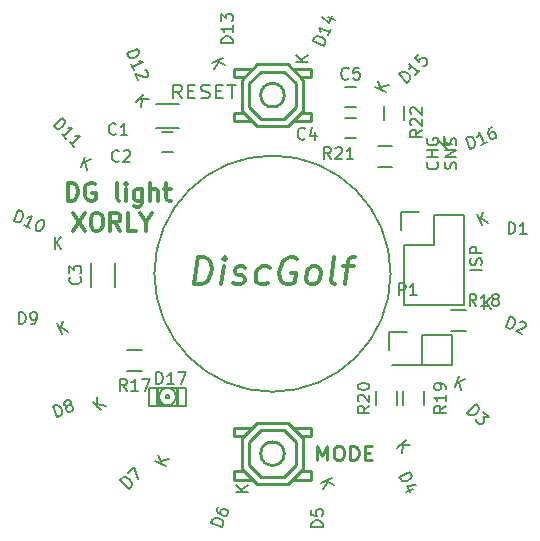
<source format=gto>
G04 #@! TF.FileFunction,Legend,Top*
%FSLAX46Y46*%
G04 Gerber Fmt 4.6, Leading zero omitted, Abs format (unit mm)*
G04 Created by KiCad (PCBNEW (2015-06-11 BZR 5731)-product) date Sun 19 Jul 2015 11:24:49 PM CEST*
%MOMM*%
G01*
G04 APERTURE LIST*
%ADD10C,0.100000*%
%ADD11C,0.375000*%
%ADD12C,0.300000*%
%ADD13C,0.200000*%
%ADD14C,0.150000*%
%ADD15C,0.254000*%
%ADD16C,0.285750*%
%ADD17C,0.152400*%
G04 APERTURE END LIST*
D10*
D11*
X105883732Y-82917143D02*
X106169482Y-80631143D01*
X106713767Y-80631143D01*
X107026732Y-80740000D01*
X107217232Y-80957714D01*
X107298874Y-81175429D01*
X107353303Y-81610857D01*
X107312481Y-81937429D01*
X107149196Y-82372857D01*
X107013125Y-82590571D01*
X106768196Y-82808286D01*
X106428017Y-82917143D01*
X105883732Y-82917143D01*
X108169732Y-82917143D02*
X108360232Y-81393143D01*
X108455482Y-80631143D02*
X108333018Y-80740000D01*
X108428268Y-80848857D01*
X108550732Y-80740000D01*
X108455482Y-80631143D01*
X108428268Y-80848857D01*
X109163053Y-82808286D02*
X109367160Y-82917143D01*
X109802588Y-82917143D01*
X110033910Y-82808286D01*
X110169982Y-82590571D01*
X110183589Y-82481714D01*
X110101946Y-82264000D01*
X109897838Y-82155143D01*
X109571267Y-82155143D01*
X109367160Y-82046286D01*
X109285518Y-81828571D01*
X109299125Y-81719714D01*
X109435196Y-81502000D01*
X109666517Y-81393143D01*
X109993088Y-81393143D01*
X110197196Y-81502000D01*
X112102195Y-82808286D02*
X111870874Y-82917143D01*
X111435445Y-82917143D01*
X111231338Y-82808286D01*
X111136088Y-82699429D01*
X111054446Y-82481714D01*
X111136089Y-81828571D01*
X111272160Y-81610857D01*
X111394624Y-81502000D01*
X111625945Y-81393143D01*
X112061374Y-81393143D01*
X112265481Y-81502000D01*
X114537874Y-80740000D02*
X114333767Y-80631143D01*
X114007196Y-80631143D01*
X113667017Y-80740000D01*
X113422089Y-80957714D01*
X113286017Y-81175429D01*
X113122732Y-81610857D01*
X113081910Y-81937429D01*
X113136339Y-82372857D01*
X113217982Y-82590571D01*
X113408481Y-82808286D01*
X113721446Y-82917143D01*
X113939160Y-82917143D01*
X114279338Y-82808286D01*
X114401802Y-82699429D01*
X114497052Y-81937429D01*
X114061624Y-81937429D01*
X115680874Y-82917143D02*
X115476767Y-82808286D01*
X115381517Y-82699429D01*
X115299875Y-82481714D01*
X115381518Y-81828571D01*
X115517589Y-81610857D01*
X115640053Y-81502000D01*
X115871374Y-81393143D01*
X116197946Y-81393143D01*
X116402053Y-81502000D01*
X116497303Y-81610857D01*
X116578946Y-81828571D01*
X116497303Y-82481714D01*
X116361231Y-82699429D01*
X116238767Y-82808286D01*
X116007446Y-82917143D01*
X115680874Y-82917143D01*
X117749160Y-82917143D02*
X117545053Y-82808286D01*
X117463411Y-82590571D01*
X117708339Y-80631143D01*
X118483946Y-81393143D02*
X119354803Y-81393143D01*
X118620018Y-82917143D02*
X118864947Y-80957714D01*
X119001018Y-80740000D01*
X119232339Y-80631143D01*
X119450053Y-80631143D01*
D12*
X95615286Y-76870571D02*
X96615286Y-78370571D01*
X96615286Y-76870571D02*
X95615286Y-78370571D01*
X97472428Y-76870571D02*
X97758142Y-76870571D01*
X97901000Y-76942000D01*
X98043857Y-77084857D01*
X98115285Y-77370571D01*
X98115285Y-77870571D01*
X98043857Y-78156286D01*
X97901000Y-78299143D01*
X97758142Y-78370571D01*
X97472428Y-78370571D01*
X97329571Y-78299143D01*
X97186714Y-78156286D01*
X97115285Y-77870571D01*
X97115285Y-77370571D01*
X97186714Y-77084857D01*
X97329571Y-76942000D01*
X97472428Y-76870571D01*
X99615286Y-78370571D02*
X99115286Y-77656286D01*
X98758143Y-78370571D02*
X98758143Y-76870571D01*
X99329571Y-76870571D01*
X99472429Y-76942000D01*
X99543857Y-77013429D01*
X99615286Y-77156286D01*
X99615286Y-77370571D01*
X99543857Y-77513429D01*
X99472429Y-77584857D01*
X99329571Y-77656286D01*
X98758143Y-77656286D01*
X100972429Y-78370571D02*
X100258143Y-78370571D01*
X100258143Y-76870571D01*
X101758143Y-77656286D02*
X101758143Y-78370571D01*
X101258143Y-76870571D02*
X101758143Y-77656286D01*
X102258143Y-76870571D01*
X95159000Y-75830571D02*
X95159000Y-74330571D01*
X95516143Y-74330571D01*
X95730428Y-74402000D01*
X95873286Y-74544857D01*
X95944714Y-74687714D01*
X96016143Y-74973429D01*
X96016143Y-75187714D01*
X95944714Y-75473429D01*
X95873286Y-75616286D01*
X95730428Y-75759143D01*
X95516143Y-75830571D01*
X95159000Y-75830571D01*
X97444714Y-74402000D02*
X97301857Y-74330571D01*
X97087571Y-74330571D01*
X96873286Y-74402000D01*
X96730428Y-74544857D01*
X96659000Y-74687714D01*
X96587571Y-74973429D01*
X96587571Y-75187714D01*
X96659000Y-75473429D01*
X96730428Y-75616286D01*
X96873286Y-75759143D01*
X97087571Y-75830571D01*
X97230428Y-75830571D01*
X97444714Y-75759143D01*
X97516143Y-75687714D01*
X97516143Y-75187714D01*
X97230428Y-75187714D01*
X99516143Y-75830571D02*
X99373285Y-75759143D01*
X99301857Y-75616286D01*
X99301857Y-74330571D01*
X100087571Y-75830571D02*
X100087571Y-74830571D01*
X100087571Y-74330571D02*
X100016142Y-74402000D01*
X100087571Y-74473429D01*
X100158999Y-74402000D01*
X100087571Y-74330571D01*
X100087571Y-74473429D01*
X101444714Y-74830571D02*
X101444714Y-76044857D01*
X101373285Y-76187714D01*
X101301857Y-76259143D01*
X101159000Y-76330571D01*
X100944714Y-76330571D01*
X100801857Y-76259143D01*
X101444714Y-75759143D02*
X101301857Y-75830571D01*
X101016143Y-75830571D01*
X100873285Y-75759143D01*
X100801857Y-75687714D01*
X100730428Y-75544857D01*
X100730428Y-75116286D01*
X100801857Y-74973429D01*
X100873285Y-74902000D01*
X101016143Y-74830571D01*
X101301857Y-74830571D01*
X101444714Y-74902000D01*
X102159000Y-75830571D02*
X102159000Y-74330571D01*
X102801857Y-75830571D02*
X102801857Y-75044857D01*
X102730428Y-74902000D01*
X102587571Y-74830571D01*
X102373286Y-74830571D01*
X102230428Y-74902000D01*
X102159000Y-74973429D01*
X103301857Y-74830571D02*
X103873286Y-74830571D01*
X103516143Y-74330571D02*
X103516143Y-75616286D01*
X103587571Y-75759143D01*
X103730429Y-75830571D01*
X103873286Y-75830571D01*
D13*
X122490000Y-82010000D02*
G75*
G03X122490000Y-82010000I-10000000J0D01*
G01*
D14*
X102600000Y-69700000D02*
X104600000Y-69700000D01*
X104600000Y-67650000D02*
X102600000Y-67650000D01*
X103100000Y-71684000D02*
X104100000Y-71684000D01*
X104100000Y-69984000D02*
X103100000Y-69984000D01*
X118594000Y-70541000D02*
X119594000Y-70541000D01*
X119594000Y-68841000D02*
X118594000Y-68841000D01*
X118594000Y-67874000D02*
X119594000Y-67874000D01*
X119594000Y-66174000D02*
X118594000Y-66174000D01*
X122370000Y-88487000D02*
X122370000Y-86937000D01*
X123920000Y-86937000D02*
X122370000Y-86937000D01*
X122650000Y-89757000D02*
X125190000Y-89757000D01*
X127730000Y-87217000D02*
X125190000Y-87217000D01*
X125190000Y-87217000D02*
X125190000Y-89757000D01*
X125190000Y-89757000D02*
X127730000Y-89757000D01*
X127730000Y-89757000D02*
X127730000Y-87217000D01*
X123666000Y-79597000D02*
X123666000Y-84677000D01*
X123386000Y-76777000D02*
X124936000Y-76777000D01*
X126206000Y-77057000D02*
X126206000Y-79597000D01*
X126206000Y-79597000D02*
X123666000Y-79597000D01*
X123666000Y-84677000D02*
X128746000Y-84677000D01*
X128746000Y-84677000D02*
X128746000Y-79597000D01*
X123386000Y-76777000D02*
X123386000Y-78327000D01*
X128746000Y-77057000D02*
X126206000Y-77057000D01*
X128746000Y-79597000D02*
X128746000Y-77057000D01*
X100206000Y-88501000D02*
X101406000Y-88501000D01*
X101406000Y-90251000D02*
X100206000Y-90251000D01*
X125303000Y-91951000D02*
X125303000Y-93151000D01*
X123553000Y-93151000D02*
X123553000Y-91951000D01*
X121267000Y-93151000D02*
X121267000Y-91951000D01*
X123017000Y-91951000D02*
X123017000Y-93151000D01*
X121415000Y-71229000D02*
X122615000Y-71229000D01*
X122615000Y-72979000D02*
X121415000Y-72979000D01*
X121902000Y-69021000D02*
X121902000Y-67821000D01*
X123652000Y-67821000D02*
X123652000Y-69021000D01*
D15*
X114890300Y-95748860D02*
X115789460Y-95748860D01*
X115789460Y-95748860D02*
X115789460Y-95050360D01*
X115789460Y-95050360D02*
X114189260Y-95050360D01*
X114189260Y-99449640D02*
X115789460Y-99449640D01*
X115789460Y-99449640D02*
X115789460Y-98751140D01*
X115789460Y-98751140D02*
X114890300Y-98751140D01*
X109190540Y-98751140D02*
X109190540Y-99449640D01*
X109190540Y-99449640D02*
X110790740Y-99449640D01*
X109190540Y-98751140D02*
X110089700Y-98751140D01*
X110790740Y-95050360D02*
X109190540Y-95050360D01*
X109190540Y-95050360D02*
X109190540Y-95748860D01*
X109190540Y-95748860D02*
X110089700Y-95748860D01*
X110491020Y-98250760D02*
X111489240Y-99248980D01*
X111489240Y-99248980D02*
X113490760Y-99248980D01*
X113490760Y-99248980D02*
X114488980Y-98250760D01*
X114488980Y-98250760D02*
X114488980Y-96249240D01*
X114488980Y-96249240D02*
X113490760Y-95251020D01*
X113490760Y-95251020D02*
X111489240Y-95251020D01*
X111489240Y-95251020D02*
X110491020Y-96249240D01*
X110491020Y-96249240D02*
X110491020Y-98250760D01*
X111189520Y-99850960D02*
X113790480Y-99850960D01*
X109889040Y-95949520D02*
X109889040Y-98550480D01*
X113790480Y-99850960D02*
X115090960Y-98550480D01*
X115090960Y-98550480D02*
X115090960Y-95949520D01*
X115090960Y-95949520D02*
X113790480Y-94649040D01*
X113790480Y-94649040D02*
X111189520Y-94649040D01*
X109889040Y-98550480D02*
X111189520Y-99850960D01*
X111189520Y-94649040D02*
X109889040Y-95949520D01*
X113490760Y-97250000D02*
G75*
G03X113490760Y-97250000I-1000760J0D01*
G01*
X114890300Y-65395860D02*
X115789460Y-65395860D01*
X115789460Y-65395860D02*
X115789460Y-64697360D01*
X115789460Y-64697360D02*
X114189260Y-64697360D01*
X114189260Y-69096640D02*
X115789460Y-69096640D01*
X115789460Y-69096640D02*
X115789460Y-68398140D01*
X115789460Y-68398140D02*
X114890300Y-68398140D01*
X109190540Y-68398140D02*
X109190540Y-69096640D01*
X109190540Y-69096640D02*
X110790740Y-69096640D01*
X109190540Y-68398140D02*
X110089700Y-68398140D01*
X110790740Y-64697360D02*
X109190540Y-64697360D01*
X109190540Y-64697360D02*
X109190540Y-65395860D01*
X109190540Y-65395860D02*
X110089700Y-65395860D01*
X110491020Y-67897760D02*
X111489240Y-68895980D01*
X111489240Y-68895980D02*
X113490760Y-68895980D01*
X113490760Y-68895980D02*
X114488980Y-67897760D01*
X114488980Y-67897760D02*
X114488980Y-65896240D01*
X114488980Y-65896240D02*
X113490760Y-64898020D01*
X113490760Y-64898020D02*
X111489240Y-64898020D01*
X111489240Y-64898020D02*
X110491020Y-65896240D01*
X110491020Y-65896240D02*
X110491020Y-67897760D01*
X111189520Y-69497960D02*
X113790480Y-69497960D01*
X109889040Y-65596520D02*
X109889040Y-68197480D01*
X113790480Y-69497960D02*
X115090960Y-68197480D01*
X115090960Y-68197480D02*
X115090960Y-65596520D01*
X115090960Y-65596520D02*
X113790480Y-64296040D01*
X113790480Y-64296040D02*
X111189520Y-64296040D01*
X109889040Y-68197480D02*
X111189520Y-69497960D01*
X111189520Y-64296040D02*
X109889040Y-65596520D01*
X113490760Y-66897000D02*
G75*
G03X113490760Y-66897000I-1000760J0D01*
G01*
D14*
X103699060Y-92523060D02*
X103500940Y-92523060D01*
X103500940Y-92523060D02*
X103500940Y-92324940D01*
X103699060Y-92324940D02*
X103500940Y-92324940D01*
X103699060Y-92523060D02*
X103699060Y-92324940D01*
X103150420Y-93122500D02*
X102802440Y-93122500D01*
X102802440Y-93122500D02*
X102802440Y-92873580D01*
X103150420Y-92873580D02*
X102802440Y-92873580D01*
X103150420Y-93122500D02*
X103150420Y-92873580D01*
X102802440Y-93122500D02*
X102700840Y-93122500D01*
X102700840Y-93122500D02*
X102700840Y-91926160D01*
X102802440Y-91926160D02*
X102700840Y-91926160D01*
X102802440Y-93122500D02*
X102802440Y-91926160D01*
X102802440Y-91875360D02*
X102700840Y-91875360D01*
X102700840Y-91875360D02*
X102700840Y-91725500D01*
X102802440Y-91725500D02*
X102700840Y-91725500D01*
X102802440Y-91875360D02*
X102802440Y-91725500D01*
X104499160Y-93122500D02*
X104397560Y-93122500D01*
X104397560Y-93122500D02*
X104397560Y-91926160D01*
X104499160Y-91926160D02*
X104397560Y-91926160D01*
X104499160Y-93122500D02*
X104499160Y-91926160D01*
X104499160Y-91875360D02*
X104397560Y-91875360D01*
X104397560Y-91875360D02*
X104397560Y-91725500D01*
X104499160Y-91725500D02*
X104397560Y-91725500D01*
X104499160Y-91875360D02*
X104499160Y-91725500D01*
X103150420Y-93122500D02*
X103000560Y-93122500D01*
X103000560Y-93122500D02*
X103000560Y-92873580D01*
X103150420Y-92873580D02*
X103000560Y-92873580D01*
X103150420Y-93122500D02*
X103150420Y-92873580D01*
X102050600Y-93173300D02*
X105149400Y-93173300D01*
X105149400Y-93173300D02*
X105149400Y-91674700D01*
X105149400Y-91674700D02*
X102050600Y-91674700D01*
X102050600Y-91674700D02*
X102050600Y-93173300D01*
X104147262Y-92923354D02*
G75*
G02X103051360Y-92921840I-547262J499354D01*
G01*
X104148133Y-91925602D02*
G75*
G02X104148640Y-92921840I-548133J-498398D01*
G01*
X103052738Y-91924646D02*
G75*
G02X104148640Y-91926160I547262J-499354D01*
G01*
X103051867Y-92922398D02*
G75*
G02X103051360Y-91926160I548133J498398D01*
G01*
X97114000Y-81137000D02*
X97114000Y-83137000D01*
X99164000Y-83137000D02*
X99164000Y-81137000D01*
X127638000Y-85072000D02*
X128838000Y-85072000D01*
X128838000Y-86822000D02*
X127638000Y-86822000D01*
X99242334Y-70175143D02*
X99194715Y-70222762D01*
X99051858Y-70270381D01*
X98956620Y-70270381D01*
X98813762Y-70222762D01*
X98718524Y-70127524D01*
X98670905Y-70032286D01*
X98623286Y-69841810D01*
X98623286Y-69698952D01*
X98670905Y-69508476D01*
X98718524Y-69413238D01*
X98813762Y-69318000D01*
X98956620Y-69270381D01*
X99051858Y-69270381D01*
X99194715Y-69318000D01*
X99242334Y-69365619D01*
X100194715Y-70270381D02*
X99623286Y-70270381D01*
X99909000Y-70270381D02*
X99909000Y-69270381D01*
X99813762Y-69413238D01*
X99718524Y-69508476D01*
X99623286Y-69556095D01*
X99496334Y-72461143D02*
X99448715Y-72508762D01*
X99305858Y-72556381D01*
X99210620Y-72556381D01*
X99067762Y-72508762D01*
X98972524Y-72413524D01*
X98924905Y-72318286D01*
X98877286Y-72127810D01*
X98877286Y-71984952D01*
X98924905Y-71794476D01*
X98972524Y-71699238D01*
X99067762Y-71604000D01*
X99210620Y-71556381D01*
X99305858Y-71556381D01*
X99448715Y-71604000D01*
X99496334Y-71651619D01*
X99877286Y-71651619D02*
X99924905Y-71604000D01*
X100020143Y-71556381D01*
X100258239Y-71556381D01*
X100353477Y-71604000D01*
X100401096Y-71651619D01*
X100448715Y-71746857D01*
X100448715Y-71842095D01*
X100401096Y-71984952D01*
X99829667Y-72556381D01*
X100448715Y-72556381D01*
X115244334Y-70556143D02*
X115196715Y-70603762D01*
X115053858Y-70651381D01*
X114958620Y-70651381D01*
X114815762Y-70603762D01*
X114720524Y-70508524D01*
X114672905Y-70413286D01*
X114625286Y-70222810D01*
X114625286Y-70079952D01*
X114672905Y-69889476D01*
X114720524Y-69794238D01*
X114815762Y-69699000D01*
X114958620Y-69651381D01*
X115053858Y-69651381D01*
X115196715Y-69699000D01*
X115244334Y-69746619D01*
X116101477Y-69984714D02*
X116101477Y-70651381D01*
X115863381Y-69603762D02*
X115625286Y-70318048D01*
X116244334Y-70318048D01*
X118927334Y-65476143D02*
X118879715Y-65523762D01*
X118736858Y-65571381D01*
X118641620Y-65571381D01*
X118498762Y-65523762D01*
X118403524Y-65428524D01*
X118355905Y-65333286D01*
X118308286Y-65142810D01*
X118308286Y-64999952D01*
X118355905Y-64809476D01*
X118403524Y-64714238D01*
X118498762Y-64619000D01*
X118641620Y-64571381D01*
X118736858Y-64571381D01*
X118879715Y-64619000D01*
X118927334Y-64666619D01*
X119832096Y-64571381D02*
X119355905Y-64571381D01*
X119308286Y-65047571D01*
X119355905Y-64999952D01*
X119451143Y-64952333D01*
X119689239Y-64952333D01*
X119784477Y-64999952D01*
X119832096Y-65047571D01*
X119879715Y-65142810D01*
X119879715Y-65380905D01*
X119832096Y-65476143D01*
X119784477Y-65523762D01*
X119689239Y-65571381D01*
X119451143Y-65571381D01*
X119355905Y-65523762D01*
X119308286Y-65476143D01*
X123181905Y-83839381D02*
X123181905Y-82839381D01*
X123562858Y-82839381D01*
X123658096Y-82887000D01*
X123705715Y-82934619D01*
X123753334Y-83029857D01*
X123753334Y-83172714D01*
X123705715Y-83267952D01*
X123658096Y-83315571D01*
X123562858Y-83363190D01*
X123181905Y-83363190D01*
X124705715Y-83839381D02*
X124134286Y-83839381D01*
X124420000Y-83839381D02*
X124420000Y-82839381D01*
X124324762Y-82982238D01*
X124229524Y-83077476D01*
X124134286Y-83125095D01*
X130214381Y-81716190D02*
X129214381Y-81716190D01*
X130166762Y-81287619D02*
X130214381Y-81144762D01*
X130214381Y-80906666D01*
X130166762Y-80811428D01*
X130119143Y-80763809D01*
X130023905Y-80716190D01*
X129928667Y-80716190D01*
X129833429Y-80763809D01*
X129785810Y-80811428D01*
X129738190Y-80906666D01*
X129690571Y-81097143D01*
X129642952Y-81192381D01*
X129595333Y-81240000D01*
X129500095Y-81287619D01*
X129404857Y-81287619D01*
X129309619Y-81240000D01*
X129262000Y-81192381D01*
X129214381Y-81097143D01*
X129214381Y-80859047D01*
X129262000Y-80716190D01*
X130214381Y-80287619D02*
X129214381Y-80287619D01*
X129214381Y-79906666D01*
X129262000Y-79811428D01*
X129309619Y-79763809D01*
X129404857Y-79716190D01*
X129547714Y-79716190D01*
X129642952Y-79763809D01*
X129690571Y-79811428D01*
X129738190Y-79906666D01*
X129738190Y-80287619D01*
X126436143Y-72564285D02*
X126483762Y-72611904D01*
X126531381Y-72754761D01*
X126531381Y-72849999D01*
X126483762Y-72992857D01*
X126388524Y-73088095D01*
X126293286Y-73135714D01*
X126102810Y-73183333D01*
X125959952Y-73183333D01*
X125769476Y-73135714D01*
X125674238Y-73088095D01*
X125579000Y-72992857D01*
X125531381Y-72849999D01*
X125531381Y-72754761D01*
X125579000Y-72611904D01*
X125626619Y-72564285D01*
X126531381Y-72135714D02*
X125531381Y-72135714D01*
X126007571Y-72135714D02*
X126007571Y-71564285D01*
X126531381Y-71564285D02*
X125531381Y-71564285D01*
X125579000Y-70564285D02*
X125531381Y-70659523D01*
X125531381Y-70802380D01*
X125579000Y-70945238D01*
X125674238Y-71040476D01*
X125769476Y-71088095D01*
X125959952Y-71135714D01*
X126102810Y-71135714D01*
X126293286Y-71088095D01*
X126388524Y-71040476D01*
X126483762Y-70945238D01*
X126531381Y-70802380D01*
X126531381Y-70707142D01*
X126483762Y-70564285D01*
X126436143Y-70516666D01*
X126102810Y-70516666D01*
X126102810Y-70707142D01*
X128007762Y-73135714D02*
X128055381Y-72992857D01*
X128055381Y-72754761D01*
X128007762Y-72659523D01*
X127960143Y-72611904D01*
X127864905Y-72564285D01*
X127769667Y-72564285D01*
X127674429Y-72611904D01*
X127626810Y-72659523D01*
X127579190Y-72754761D01*
X127531571Y-72945238D01*
X127483952Y-73040476D01*
X127436333Y-73088095D01*
X127341095Y-73135714D01*
X127245857Y-73135714D01*
X127150619Y-73088095D01*
X127103000Y-73040476D01*
X127055381Y-72945238D01*
X127055381Y-72707142D01*
X127103000Y-72564285D01*
X128055381Y-72135714D02*
X127055381Y-72135714D01*
X128055381Y-71564285D01*
X127055381Y-71564285D01*
X128007762Y-71135714D02*
X128055381Y-70992857D01*
X128055381Y-70754761D01*
X128007762Y-70659523D01*
X127960143Y-70611904D01*
X127864905Y-70564285D01*
X127769667Y-70564285D01*
X127674429Y-70611904D01*
X127626810Y-70659523D01*
X127579190Y-70754761D01*
X127531571Y-70945238D01*
X127483952Y-71040476D01*
X127436333Y-71088095D01*
X127341095Y-71135714D01*
X127245857Y-71135714D01*
X127150619Y-71088095D01*
X127103000Y-71040476D01*
X127055381Y-70945238D01*
X127055381Y-70707142D01*
X127103000Y-70564285D01*
X100163143Y-91928381D02*
X99829809Y-91452190D01*
X99591714Y-91928381D02*
X99591714Y-90928381D01*
X99972667Y-90928381D01*
X100067905Y-90976000D01*
X100115524Y-91023619D01*
X100163143Y-91118857D01*
X100163143Y-91261714D01*
X100115524Y-91356952D01*
X100067905Y-91404571D01*
X99972667Y-91452190D01*
X99591714Y-91452190D01*
X101115524Y-91928381D02*
X100544095Y-91928381D01*
X100829809Y-91928381D02*
X100829809Y-90928381D01*
X100734571Y-91071238D01*
X100639333Y-91166476D01*
X100544095Y-91214095D01*
X101448857Y-90928381D02*
X102115524Y-90928381D01*
X101686952Y-91928381D01*
X127166381Y-93193857D02*
X126690190Y-93527191D01*
X127166381Y-93765286D02*
X126166381Y-93765286D01*
X126166381Y-93384333D01*
X126214000Y-93289095D01*
X126261619Y-93241476D01*
X126356857Y-93193857D01*
X126499714Y-93193857D01*
X126594952Y-93241476D01*
X126642571Y-93289095D01*
X126690190Y-93384333D01*
X126690190Y-93765286D01*
X127166381Y-92241476D02*
X127166381Y-92812905D01*
X127166381Y-92527191D02*
X126166381Y-92527191D01*
X126309238Y-92622429D01*
X126404476Y-92717667D01*
X126452095Y-92812905D01*
X127166381Y-91765286D02*
X127166381Y-91574810D01*
X127118762Y-91479571D01*
X127071143Y-91431952D01*
X126928286Y-91336714D01*
X126737810Y-91289095D01*
X126356857Y-91289095D01*
X126261619Y-91336714D01*
X126214000Y-91384333D01*
X126166381Y-91479571D01*
X126166381Y-91670048D01*
X126214000Y-91765286D01*
X126261619Y-91812905D01*
X126356857Y-91860524D01*
X126594952Y-91860524D01*
X126690190Y-91812905D01*
X126737810Y-91765286D01*
X126785429Y-91670048D01*
X126785429Y-91479571D01*
X126737810Y-91384333D01*
X126690190Y-91336714D01*
X126594952Y-91289095D01*
X120689381Y-93193857D02*
X120213190Y-93527191D01*
X120689381Y-93765286D02*
X119689381Y-93765286D01*
X119689381Y-93384333D01*
X119737000Y-93289095D01*
X119784619Y-93241476D01*
X119879857Y-93193857D01*
X120022714Y-93193857D01*
X120117952Y-93241476D01*
X120165571Y-93289095D01*
X120213190Y-93384333D01*
X120213190Y-93765286D01*
X119784619Y-92812905D02*
X119737000Y-92765286D01*
X119689381Y-92670048D01*
X119689381Y-92431952D01*
X119737000Y-92336714D01*
X119784619Y-92289095D01*
X119879857Y-92241476D01*
X119975095Y-92241476D01*
X120117952Y-92289095D01*
X120689381Y-92860524D01*
X120689381Y-92241476D01*
X119689381Y-91622429D02*
X119689381Y-91527190D01*
X119737000Y-91431952D01*
X119784619Y-91384333D01*
X119879857Y-91336714D01*
X120070333Y-91289095D01*
X120308429Y-91289095D01*
X120498905Y-91336714D01*
X120594143Y-91384333D01*
X120641762Y-91431952D01*
X120689381Y-91527190D01*
X120689381Y-91622429D01*
X120641762Y-91717667D01*
X120594143Y-91765286D01*
X120498905Y-91812905D01*
X120308429Y-91860524D01*
X120070333Y-91860524D01*
X119879857Y-91812905D01*
X119784619Y-91765286D01*
X119737000Y-91717667D01*
X119689381Y-91622429D01*
X117435143Y-72302381D02*
X117101809Y-71826190D01*
X116863714Y-72302381D02*
X116863714Y-71302381D01*
X117244667Y-71302381D01*
X117339905Y-71350000D01*
X117387524Y-71397619D01*
X117435143Y-71492857D01*
X117435143Y-71635714D01*
X117387524Y-71730952D01*
X117339905Y-71778571D01*
X117244667Y-71826190D01*
X116863714Y-71826190D01*
X117816095Y-71397619D02*
X117863714Y-71350000D01*
X117958952Y-71302381D01*
X118197048Y-71302381D01*
X118292286Y-71350000D01*
X118339905Y-71397619D01*
X118387524Y-71492857D01*
X118387524Y-71588095D01*
X118339905Y-71730952D01*
X117768476Y-72302381D01*
X118387524Y-72302381D01*
X119339905Y-72302381D02*
X118768476Y-72302381D01*
X119054190Y-72302381D02*
X119054190Y-71302381D01*
X118958952Y-71445238D01*
X118863714Y-71540476D01*
X118768476Y-71588095D01*
X125134381Y-69825857D02*
X124658190Y-70159191D01*
X125134381Y-70397286D02*
X124134381Y-70397286D01*
X124134381Y-70016333D01*
X124182000Y-69921095D01*
X124229619Y-69873476D01*
X124324857Y-69825857D01*
X124467714Y-69825857D01*
X124562952Y-69873476D01*
X124610571Y-69921095D01*
X124658190Y-70016333D01*
X124658190Y-70397286D01*
X124229619Y-69444905D02*
X124182000Y-69397286D01*
X124134381Y-69302048D01*
X124134381Y-69063952D01*
X124182000Y-68968714D01*
X124229619Y-68921095D01*
X124324857Y-68873476D01*
X124420095Y-68873476D01*
X124562952Y-68921095D01*
X125134381Y-69492524D01*
X125134381Y-68873476D01*
X124229619Y-68492524D02*
X124182000Y-68444905D01*
X124134381Y-68349667D01*
X124134381Y-68111571D01*
X124182000Y-68016333D01*
X124229619Y-67968714D01*
X124324857Y-67921095D01*
X124420095Y-67921095D01*
X124562952Y-67968714D01*
X125134381Y-68540143D01*
X125134381Y-67921095D01*
D16*
X116287905Y-97767071D02*
X116287905Y-96624071D01*
X116711238Y-97440500D01*
X117134572Y-96624071D01*
X117134572Y-97767071D01*
X117981239Y-96624071D02*
X118223143Y-96624071D01*
X118344096Y-96678500D01*
X118465048Y-96787357D01*
X118525524Y-97005071D01*
X118525524Y-97386071D01*
X118465048Y-97603786D01*
X118344096Y-97712643D01*
X118223143Y-97767071D01*
X117981239Y-97767071D01*
X117860286Y-97712643D01*
X117739334Y-97603786D01*
X117678858Y-97386071D01*
X117678858Y-97005071D01*
X117739334Y-96787357D01*
X117860286Y-96678500D01*
X117981239Y-96624071D01*
X119069810Y-97767071D02*
X119069810Y-96624071D01*
X119372191Y-96624071D01*
X119553619Y-96678500D01*
X119674572Y-96787357D01*
X119735048Y-96896214D01*
X119795524Y-97113929D01*
X119795524Y-97277214D01*
X119735048Y-97494929D01*
X119674572Y-97603786D01*
X119553619Y-97712643D01*
X119372191Y-97767071D01*
X119069810Y-97767071D01*
X120339810Y-97168357D02*
X120763143Y-97168357D01*
X120944572Y-97767071D02*
X120339810Y-97767071D01*
X120339810Y-96624071D01*
X120944572Y-96624071D01*
D17*
X104803476Y-67160071D02*
X104380143Y-66615786D01*
X104077762Y-67160071D02*
X104077762Y-66017071D01*
X104561571Y-66017071D01*
X104682524Y-66071500D01*
X104743000Y-66125929D01*
X104803476Y-66234786D01*
X104803476Y-66398071D01*
X104743000Y-66506929D01*
X104682524Y-66561357D01*
X104561571Y-66615786D01*
X104077762Y-66615786D01*
X105347762Y-66561357D02*
X105771095Y-66561357D01*
X105952524Y-67160071D02*
X105347762Y-67160071D01*
X105347762Y-66017071D01*
X105952524Y-66017071D01*
X106436334Y-67105643D02*
X106617762Y-67160071D01*
X106920143Y-67160071D01*
X107041096Y-67105643D01*
X107101572Y-67051214D01*
X107162048Y-66942357D01*
X107162048Y-66833500D01*
X107101572Y-66724643D01*
X107041096Y-66670214D01*
X106920143Y-66615786D01*
X106678239Y-66561357D01*
X106557286Y-66506929D01*
X106496810Y-66452500D01*
X106436334Y-66343643D01*
X106436334Y-66234786D01*
X106496810Y-66125929D01*
X106557286Y-66071500D01*
X106678239Y-66017071D01*
X106980619Y-66017071D01*
X107162048Y-66071500D01*
X107706334Y-66561357D02*
X108129667Y-66561357D01*
X108311096Y-67160071D02*
X107706334Y-67160071D01*
X107706334Y-66017071D01*
X108311096Y-66017071D01*
X108673953Y-66017071D02*
X109399668Y-66017071D01*
X109036811Y-67160071D02*
X109036811Y-66017071D01*
D14*
X102639714Y-91352381D02*
X102639714Y-90352381D01*
X102877809Y-90352381D01*
X103020667Y-90400000D01*
X103115905Y-90495238D01*
X103163524Y-90590476D01*
X103211143Y-90780952D01*
X103211143Y-90923810D01*
X103163524Y-91114286D01*
X103115905Y-91209524D01*
X103020667Y-91304762D01*
X102877809Y-91352381D01*
X102639714Y-91352381D01*
X104163524Y-91352381D02*
X103592095Y-91352381D01*
X103877809Y-91352381D02*
X103877809Y-90352381D01*
X103782571Y-90495238D01*
X103687333Y-90590476D01*
X103592095Y-90638095D01*
X104496857Y-90352381D02*
X105163524Y-90352381D01*
X104734952Y-91352381D01*
X96196143Y-82303666D02*
X96243762Y-82351285D01*
X96291381Y-82494142D01*
X96291381Y-82589380D01*
X96243762Y-82732238D01*
X96148524Y-82827476D01*
X96053286Y-82875095D01*
X95862810Y-82922714D01*
X95719952Y-82922714D01*
X95529476Y-82875095D01*
X95434238Y-82827476D01*
X95339000Y-82732238D01*
X95291381Y-82589380D01*
X95291381Y-82494142D01*
X95339000Y-82351285D01*
X95386619Y-82303666D01*
X95291381Y-81970333D02*
X95291381Y-81351285D01*
X95672333Y-81684619D01*
X95672333Y-81541761D01*
X95719952Y-81446523D01*
X95767571Y-81398904D01*
X95862810Y-81351285D01*
X96100905Y-81351285D01*
X96196143Y-81398904D01*
X96243762Y-81446523D01*
X96291381Y-81541761D01*
X96291381Y-81827476D01*
X96243762Y-81922714D01*
X96196143Y-81970333D01*
X129754143Y-84748381D02*
X129420809Y-84272190D01*
X129182714Y-84748381D02*
X129182714Y-83748381D01*
X129563667Y-83748381D01*
X129658905Y-83796000D01*
X129706524Y-83843619D01*
X129754143Y-83938857D01*
X129754143Y-84081714D01*
X129706524Y-84176952D01*
X129658905Y-84224571D01*
X129563667Y-84272190D01*
X129182714Y-84272190D01*
X130706524Y-84748381D02*
X130135095Y-84748381D01*
X130420809Y-84748381D02*
X130420809Y-83748381D01*
X130325571Y-83891238D01*
X130230333Y-83986476D01*
X130135095Y-84034095D01*
X131277952Y-84176952D02*
X131182714Y-84129333D01*
X131135095Y-84081714D01*
X131087476Y-83986476D01*
X131087476Y-83938857D01*
X131135095Y-83843619D01*
X131182714Y-83796000D01*
X131277952Y-83748381D01*
X131468429Y-83748381D01*
X131563667Y-83796000D01*
X131611286Y-83843619D01*
X131658905Y-83938857D01*
X131658905Y-83986476D01*
X131611286Y-84081714D01*
X131563667Y-84129333D01*
X131468429Y-84176952D01*
X131277952Y-84176952D01*
X131182714Y-84224571D01*
X131135095Y-84272190D01*
X131087476Y-84367429D01*
X131087476Y-84557905D01*
X131135095Y-84653143D01*
X131182714Y-84700762D01*
X131277952Y-84748381D01*
X131468429Y-84748381D01*
X131563667Y-84700762D01*
X131611286Y-84653143D01*
X131658905Y-84557905D01*
X131658905Y-84367429D01*
X131611286Y-84272190D01*
X131563667Y-84224571D01*
X131468429Y-84176952D01*
X129235263Y-71439625D02*
X128852579Y-70515745D01*
X129072550Y-70424630D01*
X129222757Y-70413955D01*
X129347191Y-70465497D01*
X129427632Y-70535263D01*
X129544518Y-70693017D01*
X129599187Y-70825000D01*
X129628085Y-71019200D01*
X129620537Y-71125412D01*
X129568994Y-71249846D01*
X129455234Y-71348510D01*
X129235263Y-71439625D01*
X130643080Y-70856488D02*
X130115148Y-71075164D01*
X130379113Y-70965826D02*
X129996430Y-70041947D01*
X129963110Y-70210375D01*
X129911568Y-70334810D01*
X129841803Y-70415250D01*
X131052293Y-69604594D02*
X130876315Y-69677486D01*
X130806550Y-69757926D01*
X130780779Y-69820144D01*
X130747459Y-69988572D01*
X130776357Y-70182772D01*
X130922141Y-70534727D01*
X131002582Y-70604492D01*
X131064799Y-70630264D01*
X131171010Y-70637812D01*
X131346988Y-70564919D01*
X131416753Y-70484479D01*
X131442525Y-70422262D01*
X131450073Y-70316051D01*
X131358958Y-70096079D01*
X131278517Y-70026313D01*
X131216300Y-70000542D01*
X131110089Y-69992994D01*
X130934111Y-70065886D01*
X130864345Y-70146326D01*
X130838574Y-70208543D01*
X130831026Y-70314756D01*
X130198534Y-77913815D02*
X129815851Y-76989936D01*
X130726466Y-77695139D02*
X130111840Y-77331215D01*
X130343782Y-76771259D02*
X130034527Y-77517867D01*
X123915499Y-65836112D02*
X123208392Y-65129005D01*
X123376751Y-64960646D01*
X123511438Y-64893302D01*
X123646125Y-64893302D01*
X123747140Y-64926974D01*
X123915499Y-65027989D01*
X124016515Y-65129005D01*
X124117530Y-65297363D01*
X124151202Y-65398378D01*
X124151202Y-65533065D01*
X124083857Y-65667753D01*
X123915499Y-65836112D01*
X124992995Y-64758615D02*
X124588934Y-65162676D01*
X124790964Y-64960646D02*
X124083857Y-64253539D01*
X124117529Y-64421898D01*
X124117529Y-64556585D01*
X124083857Y-64657600D01*
X124925652Y-63411745D02*
X124588934Y-63748463D01*
X124891979Y-64118852D01*
X124891979Y-64051508D01*
X124925651Y-63950493D01*
X125094010Y-63782134D01*
X125195025Y-63748462D01*
X125262369Y-63748462D01*
X125363385Y-63782135D01*
X125531743Y-63950493D01*
X125565415Y-64051508D01*
X125565415Y-64118852D01*
X125531743Y-64219867D01*
X125363384Y-64388226D01*
X125262369Y-64421898D01*
X125195025Y-64421898D01*
X127283010Y-71448855D02*
X126575903Y-70741749D01*
X127687071Y-71044794D02*
X126979964Y-70943779D01*
X126979964Y-70337687D02*
X126979964Y-71145810D01*
X116856304Y-62694927D02*
X115932425Y-62312243D01*
X116023540Y-62092272D01*
X116122204Y-61978512D01*
X116246638Y-61926969D01*
X116352849Y-61919421D01*
X116547049Y-61948319D01*
X116679033Y-62002988D01*
X116836787Y-62119874D01*
X116906552Y-62200315D01*
X116958095Y-62324749D01*
X116947419Y-62474956D01*
X116856304Y-62694927D01*
X117439441Y-61287110D02*
X117220765Y-61815041D01*
X117330103Y-61551076D02*
X116406223Y-61168393D01*
X116501760Y-61311050D01*
X116553302Y-61435485D01*
X116560851Y-61541696D01*
X117151536Y-60240091D02*
X117767456Y-60495213D01*
X116708467Y-60314279D02*
X117277266Y-60807595D01*
X117514165Y-60235669D01*
X122115384Y-66591735D02*
X121191504Y-66209052D01*
X122334060Y-66063804D02*
X121642121Y-66241076D01*
X121410181Y-65681120D02*
X121719436Y-66427728D01*
X109132381Y-62494286D02*
X108132381Y-62494286D01*
X108132381Y-62256191D01*
X108180000Y-62113333D01*
X108275238Y-62018095D01*
X108370476Y-61970476D01*
X108560952Y-61922857D01*
X108703810Y-61922857D01*
X108894286Y-61970476D01*
X108989524Y-62018095D01*
X109084762Y-62113333D01*
X109132381Y-62256191D01*
X109132381Y-62494286D01*
X109132381Y-60970476D02*
X109132381Y-61541905D01*
X109132381Y-61256191D02*
X108132381Y-61256191D01*
X108275238Y-61351429D01*
X108370476Y-61446667D01*
X108418095Y-61541905D01*
X108132381Y-60637143D02*
X108132381Y-60018095D01*
X108513333Y-60351429D01*
X108513333Y-60208571D01*
X108560952Y-60113333D01*
X108608571Y-60065714D01*
X108703810Y-60018095D01*
X108941905Y-60018095D01*
X109037143Y-60065714D01*
X109084762Y-60113333D01*
X109132381Y-60208571D01*
X109132381Y-60494286D01*
X109084762Y-60589524D01*
X109037143Y-60637143D01*
X115482381Y-64081905D02*
X114482381Y-64081905D01*
X115482381Y-63510476D02*
X114910952Y-63939048D01*
X114482381Y-63510476D02*
X115053810Y-64081905D01*
X100154359Y-63367267D02*
X101078239Y-62984583D01*
X101169354Y-63204554D01*
X101180029Y-63354761D01*
X101128487Y-63479195D01*
X101058721Y-63559636D01*
X100900967Y-63676522D01*
X100768984Y-63731191D01*
X100574784Y-63760089D01*
X100468572Y-63752541D01*
X100344138Y-63700998D01*
X100245474Y-63587238D01*
X100154359Y-63367267D01*
X100737496Y-64775084D02*
X100518820Y-64247152D01*
X100628158Y-64511117D02*
X101552037Y-64128434D01*
X101383609Y-64095114D01*
X101259174Y-64043572D01*
X101178734Y-63973807D01*
X101719171Y-64780800D02*
X101781388Y-64806571D01*
X101861829Y-64876337D01*
X101952944Y-65096309D01*
X101945396Y-65202520D01*
X101919625Y-65264737D01*
X101849859Y-65345177D01*
X101761871Y-65381623D01*
X101611665Y-65392298D01*
X100865057Y-65083043D01*
X101101957Y-65654969D01*
X107357471Y-64163766D02*
X108281350Y-63781083D01*
X107576147Y-64691698D02*
X107940071Y-64077072D01*
X108500027Y-64309014D02*
X107753419Y-63999759D01*
X93959088Y-69507005D02*
X94666195Y-68799898D01*
X94834554Y-68968257D01*
X94901898Y-69102944D01*
X94901898Y-69237631D01*
X94868226Y-69338646D01*
X94767211Y-69507005D01*
X94666195Y-69608021D01*
X94497837Y-69709036D01*
X94396822Y-69742708D01*
X94262135Y-69742708D01*
X94127447Y-69675363D01*
X93959088Y-69507005D01*
X95036585Y-70584501D02*
X94632524Y-70180440D01*
X94834554Y-70382470D02*
X95541661Y-69675363D01*
X95373302Y-69709035D01*
X95238615Y-69709035D01*
X95137600Y-69675363D01*
X95710020Y-71257936D02*
X95305959Y-70853875D01*
X95507989Y-71055905D02*
X96215096Y-70348798D01*
X96046737Y-70382470D01*
X95912050Y-70382470D01*
X95811035Y-70348798D01*
X100918703Y-67486364D02*
X101625809Y-66779257D01*
X101322764Y-67890425D02*
X101423779Y-67183318D01*
X102029871Y-67183318D02*
X101221748Y-67183318D01*
X90584981Y-77550212D02*
X90967665Y-76626333D01*
X91187636Y-76717448D01*
X91301396Y-76816112D01*
X91352939Y-76940546D01*
X91360487Y-77046757D01*
X91331589Y-77240957D01*
X91276920Y-77372941D01*
X91160034Y-77530695D01*
X91079593Y-77600460D01*
X90955159Y-77652003D01*
X90804952Y-77641327D01*
X90584981Y-77550212D01*
X91992798Y-78133349D02*
X91464867Y-77914673D01*
X91728832Y-78024011D02*
X92111515Y-77100131D01*
X91968858Y-77195668D01*
X91844423Y-77247210D01*
X91738212Y-77254759D01*
X92947406Y-77446369D02*
X93035396Y-77482815D01*
X93105161Y-77563255D01*
X93130932Y-77625473D01*
X93138481Y-77731684D01*
X93109583Y-77925884D01*
X93018468Y-78145856D01*
X92901581Y-78303610D01*
X92821141Y-78373375D01*
X92758924Y-78399146D01*
X92652712Y-78406695D01*
X92564723Y-78370248D01*
X92494958Y-78289808D01*
X92469186Y-78227591D01*
X92461638Y-78121379D01*
X92490536Y-77927180D01*
X92581651Y-77707207D01*
X92698538Y-77549454D01*
X92778978Y-77479688D01*
X92841195Y-77453917D01*
X92947406Y-77446369D01*
X96241561Y-73020054D02*
X96624244Y-72096174D01*
X96769492Y-73238730D02*
X96592220Y-72546791D01*
X97152176Y-72314851D02*
X96405568Y-72624106D01*
X91021905Y-86272381D02*
X91021905Y-85272381D01*
X91260000Y-85272381D01*
X91402858Y-85320000D01*
X91498096Y-85415238D01*
X91545715Y-85510476D01*
X91593334Y-85700952D01*
X91593334Y-85843810D01*
X91545715Y-86034286D01*
X91498096Y-86129524D01*
X91402858Y-86224762D01*
X91260000Y-86272381D01*
X91021905Y-86272381D01*
X92069524Y-86272381D02*
X92260000Y-86272381D01*
X92355239Y-86224762D01*
X92402858Y-86177143D01*
X92498096Y-86034286D01*
X92545715Y-85843810D01*
X92545715Y-85462857D01*
X92498096Y-85367619D01*
X92450477Y-85320000D01*
X92355239Y-85272381D01*
X92164762Y-85272381D01*
X92069524Y-85320000D01*
X92021905Y-85367619D01*
X91974286Y-85462857D01*
X91974286Y-85700952D01*
X92021905Y-85796190D01*
X92069524Y-85843810D01*
X92164762Y-85891429D01*
X92355239Y-85891429D01*
X92450477Y-85843810D01*
X92498096Y-85796190D01*
X92545715Y-85700952D01*
X94038095Y-79922381D02*
X94038095Y-78922381D01*
X94609524Y-79922381D02*
X94180952Y-79350952D01*
X94609524Y-78922381D02*
X94038095Y-79493810D01*
X94287210Y-94163410D02*
X93904526Y-93239531D01*
X94124498Y-93148416D01*
X94274704Y-93137741D01*
X94399139Y-93189283D01*
X94479579Y-93259048D01*
X94596465Y-93416802D01*
X94651134Y-93548786D01*
X94680032Y-93742986D01*
X94672484Y-93849197D01*
X94620942Y-93973632D01*
X94507181Y-94072295D01*
X94287210Y-94163410D01*
X95124396Y-93198126D02*
X95018184Y-93190578D01*
X94955967Y-93164807D01*
X94875527Y-93095041D01*
X94857304Y-93051047D01*
X94864852Y-92944836D01*
X94890623Y-92882619D01*
X94960389Y-92802178D01*
X95136366Y-92729286D01*
X95242578Y-92736834D01*
X95304795Y-92762605D01*
X95385235Y-92832371D01*
X95403458Y-92876365D01*
X95395910Y-92982576D01*
X95370139Y-93044794D01*
X95300373Y-93125234D01*
X95124396Y-93198126D01*
X95054630Y-93278567D01*
X95028859Y-93340784D01*
X95021311Y-93446996D01*
X95094203Y-93622973D01*
X95174643Y-93692738D01*
X95236861Y-93718510D01*
X95343072Y-93726058D01*
X95519050Y-93653165D01*
X95588815Y-93572725D01*
X95614586Y-93510508D01*
X95622135Y-93404297D01*
X95549243Y-93228320D01*
X95468802Y-93158553D01*
X95406585Y-93132782D01*
X95300373Y-93125234D01*
X94643766Y-87142529D02*
X94261083Y-86218650D01*
X95171698Y-86923853D02*
X94557072Y-86559929D01*
X94789014Y-85999973D02*
X94479759Y-86746581D01*
X100323723Y-100204194D02*
X99616616Y-99497087D01*
X99784975Y-99328728D01*
X99919662Y-99261384D01*
X100054349Y-99261384D01*
X100155364Y-99295056D01*
X100323723Y-99396071D01*
X100424739Y-99497087D01*
X100525754Y-99665445D01*
X100559425Y-99766461D01*
X100559425Y-99901147D01*
X100492081Y-100035835D01*
X100323723Y-100204194D01*
X100256379Y-98857324D02*
X100727784Y-98385919D01*
X101131845Y-99396072D01*
X97966364Y-93581297D02*
X97259257Y-92874191D01*
X98370425Y-93177236D02*
X97663318Y-93076221D01*
X97663318Y-92470129D02*
X97663318Y-93278252D01*
X108212443Y-103475076D02*
X107288563Y-103092392D01*
X107379678Y-102872421D01*
X107478342Y-102758660D01*
X107602776Y-102707118D01*
X107708988Y-102699570D01*
X107903188Y-102728468D01*
X108035171Y-102783137D01*
X108192925Y-102900023D01*
X108262691Y-102980463D01*
X108314233Y-103104898D01*
X108303558Y-103255104D01*
X108212443Y-103475076D01*
X107835254Y-101772564D02*
X107762362Y-101948542D01*
X107769910Y-102054753D01*
X107795681Y-102116970D01*
X107891218Y-102259628D01*
X108048972Y-102376514D01*
X108400926Y-102522298D01*
X108507138Y-102514750D01*
X108569355Y-102488979D01*
X108649795Y-102419213D01*
X108722688Y-102243236D01*
X108715139Y-102137024D01*
X108689368Y-102074807D01*
X108619603Y-101994367D01*
X108399632Y-101903252D01*
X108293419Y-101910800D01*
X108231202Y-101936571D01*
X108150762Y-102006336D01*
X108077869Y-102182314D01*
X108085418Y-102288525D01*
X108111189Y-102350743D01*
X108180955Y-102431183D01*
X103500054Y-98258439D02*
X102576174Y-97875756D01*
X103718730Y-97730508D02*
X103026791Y-97907780D01*
X102794851Y-97347824D02*
X103104106Y-98094432D01*
X116752381Y-103478095D02*
X115752381Y-103478095D01*
X115752381Y-103240000D01*
X115800000Y-103097142D01*
X115895238Y-103001904D01*
X115990476Y-102954285D01*
X116180952Y-102906666D01*
X116323810Y-102906666D01*
X116514286Y-102954285D01*
X116609524Y-103001904D01*
X116704762Y-103097142D01*
X116752381Y-103240000D01*
X116752381Y-103478095D01*
X115752381Y-102001904D02*
X115752381Y-102478095D01*
X116228571Y-102525714D01*
X116180952Y-102478095D01*
X116133333Y-102382857D01*
X116133333Y-102144761D01*
X116180952Y-102049523D01*
X116228571Y-102001904D01*
X116323810Y-101954285D01*
X116561905Y-101954285D01*
X116657143Y-102001904D01*
X116704762Y-102049523D01*
X116752381Y-102144761D01*
X116752381Y-102382857D01*
X116704762Y-102478095D01*
X116657143Y-102525714D01*
X110402381Y-100461905D02*
X109402381Y-100461905D01*
X110402381Y-99890476D02*
X109830952Y-100319048D01*
X109402381Y-99890476D02*
X109973810Y-100461905D01*
X123242606Y-99195206D02*
X124166485Y-98812522D01*
X124257600Y-99032494D01*
X124268275Y-99182700D01*
X124216733Y-99307135D01*
X124146968Y-99387575D01*
X123989214Y-99504461D01*
X123857230Y-99559130D01*
X123663030Y-99588028D01*
X123556819Y-99580480D01*
X123432384Y-99528938D01*
X123333721Y-99415177D01*
X123242606Y-99195206D01*
X124405217Y-100259912D02*
X123789297Y-100515034D01*
X124666055Y-99894156D02*
X123915026Y-99947530D01*
X124151925Y-100519456D01*
X116586185Y-99718534D02*
X117510064Y-99335851D01*
X116804861Y-100246466D02*
X117168785Y-99631840D01*
X117728741Y-99863782D02*
X116982133Y-99554527D01*
X129000606Y-93772217D02*
X129707713Y-93065110D01*
X129876072Y-93233469D01*
X129943416Y-93368156D01*
X129943416Y-93502843D01*
X129909744Y-93603858D01*
X129808729Y-93772217D01*
X129707713Y-93873233D01*
X129539355Y-93974248D01*
X129438339Y-94007919D01*
X129303653Y-94007919D01*
X129168965Y-93940575D01*
X129000606Y-93772217D01*
X130347476Y-93704873D02*
X130785210Y-94142606D01*
X130280133Y-94176277D01*
X130381149Y-94277293D01*
X130414821Y-94378308D01*
X130414821Y-94445652D01*
X130381148Y-94546668D01*
X130212790Y-94715026D01*
X130111774Y-94748698D01*
X130044431Y-94748698D01*
X129943416Y-94715026D01*
X129741385Y-94512995D01*
X129707713Y-94411980D01*
X129707713Y-94344637D01*
X123051145Y-96803010D02*
X123758251Y-96095903D01*
X123455206Y-97207071D02*
X123556221Y-96499964D01*
X124162313Y-96499964D02*
X123354190Y-96499964D01*
X132245016Y-86558535D02*
X132627700Y-85634655D01*
X132847671Y-85725770D01*
X132961432Y-85824434D01*
X133012974Y-85948868D01*
X133020522Y-86055080D01*
X132991624Y-86249280D01*
X132936955Y-86381263D01*
X132820069Y-86539017D01*
X132739629Y-86608783D01*
X132615194Y-86660325D01*
X132464988Y-86649650D01*
X132245016Y-86558535D01*
X133471139Y-86087104D02*
X133533356Y-86061333D01*
X133639568Y-86053785D01*
X133859540Y-86144900D01*
X133929305Y-86225340D01*
X133955077Y-86287558D01*
X133962625Y-86393769D01*
X133926179Y-86481757D01*
X133827515Y-86595517D01*
X133080908Y-86904772D01*
X133652833Y-87141672D01*
X127908265Y-91635384D02*
X128290948Y-90711504D01*
X128436196Y-91854060D02*
X128258924Y-91162121D01*
X128818880Y-90930181D02*
X128072272Y-91239436D01*
X132481905Y-78652381D02*
X132481905Y-77652381D01*
X132720000Y-77652381D01*
X132862858Y-77700000D01*
X132958096Y-77795238D01*
X133005715Y-77890476D01*
X133053334Y-78080952D01*
X133053334Y-78223810D01*
X133005715Y-78414286D01*
X132958096Y-78509524D01*
X132862858Y-78604762D01*
X132720000Y-78652381D01*
X132481905Y-78652381D01*
X134005715Y-78652381D02*
X133434286Y-78652381D01*
X133720000Y-78652381D02*
X133720000Y-77652381D01*
X133624762Y-77795238D01*
X133529524Y-77890476D01*
X133434286Y-77938095D01*
X130418095Y-85002381D02*
X130418095Y-84002381D01*
X130989524Y-85002381D02*
X130560952Y-84430952D01*
X130989524Y-84002381D02*
X130418095Y-84573810D01*
M02*

</source>
